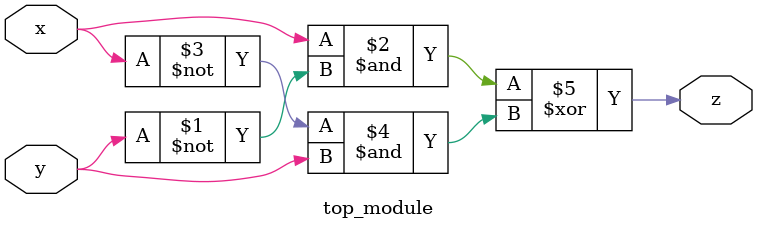
<source format=sv>
module top_module(
    input x,
    input y,
    output z
);

    assign z = (x & ~y) ^ (~x & y);  // XOR gate to calculate z

endmodule

</source>
